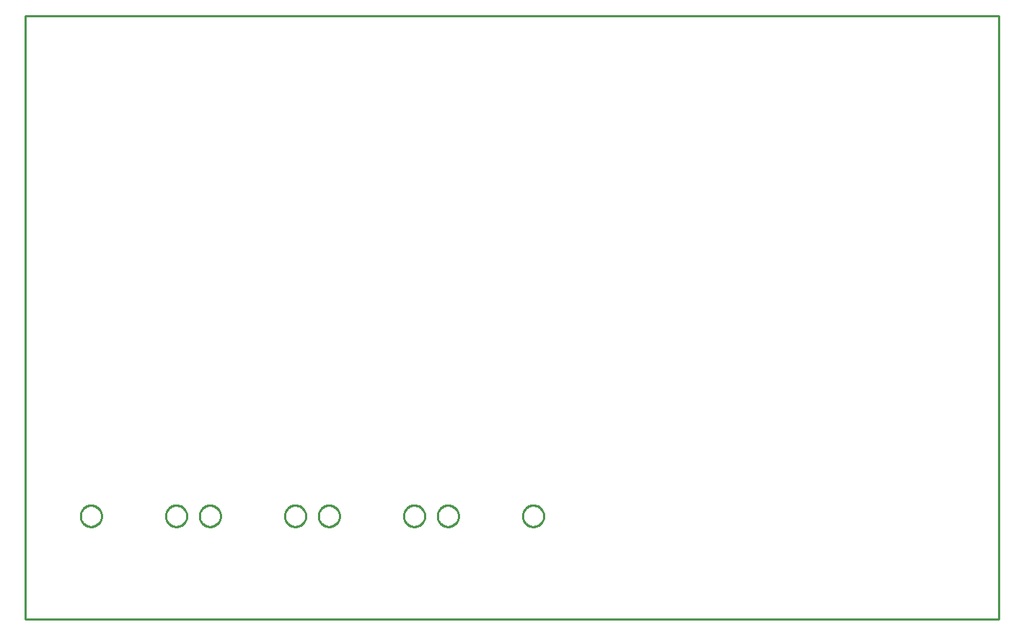
<source format=gbr>
G04 EAGLE Gerber RS-274X export*
G75*
%MOMM*%
%FSLAX34Y34*%
%LPD*%
%IN*%
%IPPOS*%
%AMOC8*
5,1,8,0,0,1.08239X$1,22.5*%
G01*
%ADD10C,0.254000*%


D10*
X215900Y-381000D02*
X1358700Y-381000D01*
X1358700Y326900D01*
X215900Y326900D01*
X215900Y-381000D01*
X305400Y-260691D02*
X305323Y-261670D01*
X305169Y-262641D01*
X304940Y-263596D01*
X304636Y-264530D01*
X304261Y-265437D01*
X303815Y-266312D01*
X303301Y-267150D01*
X302724Y-267945D01*
X302086Y-268692D01*
X301392Y-269386D01*
X300645Y-270024D01*
X299850Y-270601D01*
X299012Y-271115D01*
X298137Y-271561D01*
X297230Y-271936D01*
X296296Y-272240D01*
X295341Y-272469D01*
X294370Y-272623D01*
X293391Y-272700D01*
X292409Y-272700D01*
X291430Y-272623D01*
X290460Y-272469D01*
X289504Y-272240D01*
X288570Y-271936D01*
X287663Y-271561D01*
X286788Y-271115D01*
X285950Y-270601D01*
X285155Y-270024D01*
X284408Y-269386D01*
X283714Y-268692D01*
X283076Y-267945D01*
X282499Y-267150D01*
X281985Y-266312D01*
X281539Y-265437D01*
X281164Y-264530D01*
X280860Y-263596D01*
X280631Y-262641D01*
X280477Y-261670D01*
X280400Y-260691D01*
X280400Y-259709D01*
X280477Y-258730D01*
X280631Y-257760D01*
X280860Y-256804D01*
X281164Y-255870D01*
X281539Y-254963D01*
X281985Y-254088D01*
X282499Y-253250D01*
X283076Y-252455D01*
X283714Y-251708D01*
X284408Y-251014D01*
X285155Y-250376D01*
X285950Y-249799D01*
X286788Y-249285D01*
X287663Y-248839D01*
X288570Y-248464D01*
X289504Y-248160D01*
X290460Y-247931D01*
X291430Y-247777D01*
X292409Y-247700D01*
X293391Y-247700D01*
X294370Y-247777D01*
X295341Y-247931D01*
X296296Y-248160D01*
X297230Y-248464D01*
X298137Y-248839D01*
X299012Y-249285D01*
X299850Y-249799D01*
X300645Y-250376D01*
X301392Y-251014D01*
X302086Y-251708D01*
X302724Y-252455D01*
X303301Y-253250D01*
X303815Y-254088D01*
X304261Y-254963D01*
X304636Y-255870D01*
X304940Y-256804D01*
X305169Y-257760D01*
X305323Y-258730D01*
X305400Y-259709D01*
X305400Y-260691D01*
X405400Y-260691D02*
X405323Y-261670D01*
X405169Y-262641D01*
X404940Y-263596D01*
X404636Y-264530D01*
X404261Y-265437D01*
X403815Y-266312D01*
X403301Y-267150D01*
X402724Y-267945D01*
X402086Y-268692D01*
X401392Y-269386D01*
X400645Y-270024D01*
X399850Y-270601D01*
X399012Y-271115D01*
X398137Y-271561D01*
X397230Y-271936D01*
X396296Y-272240D01*
X395341Y-272469D01*
X394370Y-272623D01*
X393391Y-272700D01*
X392409Y-272700D01*
X391430Y-272623D01*
X390460Y-272469D01*
X389504Y-272240D01*
X388570Y-271936D01*
X387663Y-271561D01*
X386788Y-271115D01*
X385950Y-270601D01*
X385155Y-270024D01*
X384408Y-269386D01*
X383714Y-268692D01*
X383076Y-267945D01*
X382499Y-267150D01*
X381985Y-266312D01*
X381539Y-265437D01*
X381164Y-264530D01*
X380860Y-263596D01*
X380631Y-262641D01*
X380477Y-261670D01*
X380400Y-260691D01*
X380400Y-259709D01*
X380477Y-258730D01*
X380631Y-257760D01*
X380860Y-256804D01*
X381164Y-255870D01*
X381539Y-254963D01*
X381985Y-254088D01*
X382499Y-253250D01*
X383076Y-252455D01*
X383714Y-251708D01*
X384408Y-251014D01*
X385155Y-250376D01*
X385950Y-249799D01*
X386788Y-249285D01*
X387663Y-248839D01*
X388570Y-248464D01*
X389504Y-248160D01*
X390460Y-247931D01*
X391430Y-247777D01*
X392409Y-247700D01*
X393391Y-247700D01*
X394370Y-247777D01*
X395341Y-247931D01*
X396296Y-248160D01*
X397230Y-248464D01*
X398137Y-248839D01*
X399012Y-249285D01*
X399850Y-249799D01*
X400645Y-250376D01*
X401392Y-251014D01*
X402086Y-251708D01*
X402724Y-252455D01*
X403301Y-253250D01*
X403815Y-254088D01*
X404261Y-254963D01*
X404636Y-255870D01*
X404940Y-256804D01*
X405169Y-257760D01*
X405323Y-258730D01*
X405400Y-259709D01*
X405400Y-260691D01*
X445100Y-260691D02*
X445023Y-261670D01*
X444869Y-262641D01*
X444640Y-263596D01*
X444336Y-264530D01*
X443961Y-265437D01*
X443515Y-266312D01*
X443001Y-267150D01*
X442424Y-267945D01*
X441786Y-268692D01*
X441092Y-269386D01*
X440345Y-270024D01*
X439550Y-270601D01*
X438712Y-271115D01*
X437837Y-271561D01*
X436930Y-271936D01*
X435996Y-272240D01*
X435041Y-272469D01*
X434070Y-272623D01*
X433091Y-272700D01*
X432109Y-272700D01*
X431130Y-272623D01*
X430160Y-272469D01*
X429204Y-272240D01*
X428270Y-271936D01*
X427363Y-271561D01*
X426488Y-271115D01*
X425650Y-270601D01*
X424855Y-270024D01*
X424108Y-269386D01*
X423414Y-268692D01*
X422776Y-267945D01*
X422199Y-267150D01*
X421685Y-266312D01*
X421239Y-265437D01*
X420864Y-264530D01*
X420560Y-263596D01*
X420331Y-262641D01*
X420177Y-261670D01*
X420100Y-260691D01*
X420100Y-259709D01*
X420177Y-258730D01*
X420331Y-257760D01*
X420560Y-256804D01*
X420864Y-255870D01*
X421239Y-254963D01*
X421685Y-254088D01*
X422199Y-253250D01*
X422776Y-252455D01*
X423414Y-251708D01*
X424108Y-251014D01*
X424855Y-250376D01*
X425650Y-249799D01*
X426488Y-249285D01*
X427363Y-248839D01*
X428270Y-248464D01*
X429204Y-248160D01*
X430160Y-247931D01*
X431130Y-247777D01*
X432109Y-247700D01*
X433091Y-247700D01*
X434070Y-247777D01*
X435041Y-247931D01*
X435996Y-248160D01*
X436930Y-248464D01*
X437837Y-248839D01*
X438712Y-249285D01*
X439550Y-249799D01*
X440345Y-250376D01*
X441092Y-251014D01*
X441786Y-251708D01*
X442424Y-252455D01*
X443001Y-253250D01*
X443515Y-254088D01*
X443961Y-254963D01*
X444336Y-255870D01*
X444640Y-256804D01*
X444869Y-257760D01*
X445023Y-258730D01*
X445100Y-259709D01*
X445100Y-260691D01*
X545100Y-260691D02*
X545023Y-261670D01*
X544869Y-262641D01*
X544640Y-263596D01*
X544336Y-264530D01*
X543961Y-265437D01*
X543515Y-266312D01*
X543001Y-267150D01*
X542424Y-267945D01*
X541786Y-268692D01*
X541092Y-269386D01*
X540345Y-270024D01*
X539550Y-270601D01*
X538712Y-271115D01*
X537837Y-271561D01*
X536930Y-271936D01*
X535996Y-272240D01*
X535041Y-272469D01*
X534070Y-272623D01*
X533091Y-272700D01*
X532109Y-272700D01*
X531130Y-272623D01*
X530160Y-272469D01*
X529204Y-272240D01*
X528270Y-271936D01*
X527363Y-271561D01*
X526488Y-271115D01*
X525650Y-270601D01*
X524855Y-270024D01*
X524108Y-269386D01*
X523414Y-268692D01*
X522776Y-267945D01*
X522199Y-267150D01*
X521685Y-266312D01*
X521239Y-265437D01*
X520864Y-264530D01*
X520560Y-263596D01*
X520331Y-262641D01*
X520177Y-261670D01*
X520100Y-260691D01*
X520100Y-259709D01*
X520177Y-258730D01*
X520331Y-257760D01*
X520560Y-256804D01*
X520864Y-255870D01*
X521239Y-254963D01*
X521685Y-254088D01*
X522199Y-253250D01*
X522776Y-252455D01*
X523414Y-251708D01*
X524108Y-251014D01*
X524855Y-250376D01*
X525650Y-249799D01*
X526488Y-249285D01*
X527363Y-248839D01*
X528270Y-248464D01*
X529204Y-248160D01*
X530160Y-247931D01*
X531130Y-247777D01*
X532109Y-247700D01*
X533091Y-247700D01*
X534070Y-247777D01*
X535041Y-247931D01*
X535996Y-248160D01*
X536930Y-248464D01*
X537837Y-248839D01*
X538712Y-249285D01*
X539550Y-249799D01*
X540345Y-250376D01*
X541092Y-251014D01*
X541786Y-251708D01*
X542424Y-252455D01*
X543001Y-253250D01*
X543515Y-254088D01*
X543961Y-254963D01*
X544336Y-255870D01*
X544640Y-256804D01*
X544869Y-257760D01*
X545023Y-258730D01*
X545100Y-259709D01*
X545100Y-260691D01*
X584800Y-260691D02*
X584723Y-261670D01*
X584569Y-262641D01*
X584340Y-263596D01*
X584036Y-264530D01*
X583661Y-265437D01*
X583215Y-266312D01*
X582701Y-267150D01*
X582124Y-267945D01*
X581486Y-268692D01*
X580792Y-269386D01*
X580045Y-270024D01*
X579250Y-270601D01*
X578412Y-271115D01*
X577537Y-271561D01*
X576630Y-271936D01*
X575696Y-272240D01*
X574741Y-272469D01*
X573770Y-272623D01*
X572791Y-272700D01*
X571809Y-272700D01*
X570830Y-272623D01*
X569860Y-272469D01*
X568904Y-272240D01*
X567970Y-271936D01*
X567063Y-271561D01*
X566188Y-271115D01*
X565350Y-270601D01*
X564555Y-270024D01*
X563808Y-269386D01*
X563114Y-268692D01*
X562476Y-267945D01*
X561899Y-267150D01*
X561385Y-266312D01*
X560939Y-265437D01*
X560564Y-264530D01*
X560260Y-263596D01*
X560031Y-262641D01*
X559877Y-261670D01*
X559800Y-260691D01*
X559800Y-259709D01*
X559877Y-258730D01*
X560031Y-257760D01*
X560260Y-256804D01*
X560564Y-255870D01*
X560939Y-254963D01*
X561385Y-254088D01*
X561899Y-253250D01*
X562476Y-252455D01*
X563114Y-251708D01*
X563808Y-251014D01*
X564555Y-250376D01*
X565350Y-249799D01*
X566188Y-249285D01*
X567063Y-248839D01*
X567970Y-248464D01*
X568904Y-248160D01*
X569860Y-247931D01*
X570830Y-247777D01*
X571809Y-247700D01*
X572791Y-247700D01*
X573770Y-247777D01*
X574741Y-247931D01*
X575696Y-248160D01*
X576630Y-248464D01*
X577537Y-248839D01*
X578412Y-249285D01*
X579250Y-249799D01*
X580045Y-250376D01*
X580792Y-251014D01*
X581486Y-251708D01*
X582124Y-252455D01*
X582701Y-253250D01*
X583215Y-254088D01*
X583661Y-254963D01*
X584036Y-255870D01*
X584340Y-256804D01*
X584569Y-257760D01*
X584723Y-258730D01*
X584800Y-259709D01*
X584800Y-260691D01*
X684800Y-260691D02*
X684723Y-261670D01*
X684569Y-262641D01*
X684340Y-263596D01*
X684036Y-264530D01*
X683661Y-265437D01*
X683215Y-266312D01*
X682701Y-267150D01*
X682124Y-267945D01*
X681486Y-268692D01*
X680792Y-269386D01*
X680045Y-270024D01*
X679250Y-270601D01*
X678412Y-271115D01*
X677537Y-271561D01*
X676630Y-271936D01*
X675696Y-272240D01*
X674741Y-272469D01*
X673770Y-272623D01*
X672791Y-272700D01*
X671809Y-272700D01*
X670830Y-272623D01*
X669860Y-272469D01*
X668904Y-272240D01*
X667970Y-271936D01*
X667063Y-271561D01*
X666188Y-271115D01*
X665350Y-270601D01*
X664555Y-270024D01*
X663808Y-269386D01*
X663114Y-268692D01*
X662476Y-267945D01*
X661899Y-267150D01*
X661385Y-266312D01*
X660939Y-265437D01*
X660564Y-264530D01*
X660260Y-263596D01*
X660031Y-262641D01*
X659877Y-261670D01*
X659800Y-260691D01*
X659800Y-259709D01*
X659877Y-258730D01*
X660031Y-257760D01*
X660260Y-256804D01*
X660564Y-255870D01*
X660939Y-254963D01*
X661385Y-254088D01*
X661899Y-253250D01*
X662476Y-252455D01*
X663114Y-251708D01*
X663808Y-251014D01*
X664555Y-250376D01*
X665350Y-249799D01*
X666188Y-249285D01*
X667063Y-248839D01*
X667970Y-248464D01*
X668904Y-248160D01*
X669860Y-247931D01*
X670830Y-247777D01*
X671809Y-247700D01*
X672791Y-247700D01*
X673770Y-247777D01*
X674741Y-247931D01*
X675696Y-248160D01*
X676630Y-248464D01*
X677537Y-248839D01*
X678412Y-249285D01*
X679250Y-249799D01*
X680045Y-250376D01*
X680792Y-251014D01*
X681486Y-251708D01*
X682124Y-252455D01*
X682701Y-253250D01*
X683215Y-254088D01*
X683661Y-254963D01*
X684036Y-255870D01*
X684340Y-256804D01*
X684569Y-257760D01*
X684723Y-258730D01*
X684800Y-259709D01*
X684800Y-260691D01*
X724500Y-260691D02*
X724423Y-261670D01*
X724269Y-262641D01*
X724040Y-263596D01*
X723736Y-264530D01*
X723361Y-265437D01*
X722915Y-266312D01*
X722401Y-267150D01*
X721824Y-267945D01*
X721186Y-268692D01*
X720492Y-269386D01*
X719745Y-270024D01*
X718950Y-270601D01*
X718112Y-271115D01*
X717237Y-271561D01*
X716330Y-271936D01*
X715396Y-272240D01*
X714441Y-272469D01*
X713470Y-272623D01*
X712491Y-272700D01*
X711509Y-272700D01*
X710530Y-272623D01*
X709560Y-272469D01*
X708604Y-272240D01*
X707670Y-271936D01*
X706763Y-271561D01*
X705888Y-271115D01*
X705050Y-270601D01*
X704255Y-270024D01*
X703508Y-269386D01*
X702814Y-268692D01*
X702176Y-267945D01*
X701599Y-267150D01*
X701085Y-266312D01*
X700639Y-265437D01*
X700264Y-264530D01*
X699960Y-263596D01*
X699731Y-262641D01*
X699577Y-261670D01*
X699500Y-260691D01*
X699500Y-259709D01*
X699577Y-258730D01*
X699731Y-257760D01*
X699960Y-256804D01*
X700264Y-255870D01*
X700639Y-254963D01*
X701085Y-254088D01*
X701599Y-253250D01*
X702176Y-252455D01*
X702814Y-251708D01*
X703508Y-251014D01*
X704255Y-250376D01*
X705050Y-249799D01*
X705888Y-249285D01*
X706763Y-248839D01*
X707670Y-248464D01*
X708604Y-248160D01*
X709560Y-247931D01*
X710530Y-247777D01*
X711509Y-247700D01*
X712491Y-247700D01*
X713470Y-247777D01*
X714441Y-247931D01*
X715396Y-248160D01*
X716330Y-248464D01*
X717237Y-248839D01*
X718112Y-249285D01*
X718950Y-249799D01*
X719745Y-250376D01*
X720492Y-251014D01*
X721186Y-251708D01*
X721824Y-252455D01*
X722401Y-253250D01*
X722915Y-254088D01*
X723361Y-254963D01*
X723736Y-255870D01*
X724040Y-256804D01*
X724269Y-257760D01*
X724423Y-258730D01*
X724500Y-259709D01*
X724500Y-260691D01*
X824500Y-260691D02*
X824423Y-261670D01*
X824269Y-262641D01*
X824040Y-263596D01*
X823736Y-264530D01*
X823361Y-265437D01*
X822915Y-266312D01*
X822401Y-267150D01*
X821824Y-267945D01*
X821186Y-268692D01*
X820492Y-269386D01*
X819745Y-270024D01*
X818950Y-270601D01*
X818112Y-271115D01*
X817237Y-271561D01*
X816330Y-271936D01*
X815396Y-272240D01*
X814441Y-272469D01*
X813470Y-272623D01*
X812491Y-272700D01*
X811509Y-272700D01*
X810530Y-272623D01*
X809560Y-272469D01*
X808604Y-272240D01*
X807670Y-271936D01*
X806763Y-271561D01*
X805888Y-271115D01*
X805050Y-270601D01*
X804255Y-270024D01*
X803508Y-269386D01*
X802814Y-268692D01*
X802176Y-267945D01*
X801599Y-267150D01*
X801085Y-266312D01*
X800639Y-265437D01*
X800264Y-264530D01*
X799960Y-263596D01*
X799731Y-262641D01*
X799577Y-261670D01*
X799500Y-260691D01*
X799500Y-259709D01*
X799577Y-258730D01*
X799731Y-257760D01*
X799960Y-256804D01*
X800264Y-255870D01*
X800639Y-254963D01*
X801085Y-254088D01*
X801599Y-253250D01*
X802176Y-252455D01*
X802814Y-251708D01*
X803508Y-251014D01*
X804255Y-250376D01*
X805050Y-249799D01*
X805888Y-249285D01*
X806763Y-248839D01*
X807670Y-248464D01*
X808604Y-248160D01*
X809560Y-247931D01*
X810530Y-247777D01*
X811509Y-247700D01*
X812491Y-247700D01*
X813470Y-247777D01*
X814441Y-247931D01*
X815396Y-248160D01*
X816330Y-248464D01*
X817237Y-248839D01*
X818112Y-249285D01*
X818950Y-249799D01*
X819745Y-250376D01*
X820492Y-251014D01*
X821186Y-251708D01*
X821824Y-252455D01*
X822401Y-253250D01*
X822915Y-254088D01*
X823361Y-254963D01*
X823736Y-255870D01*
X824040Y-256804D01*
X824269Y-257760D01*
X824423Y-258730D01*
X824500Y-259709D01*
X824500Y-260691D01*
M02*

</source>
